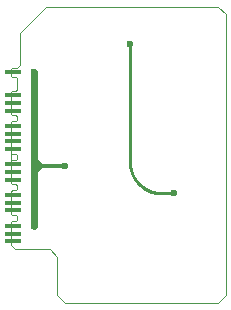
<source format=gbl>
G04 EAGLE Gerber X2 export*
%TF.Part,Single*%
%TF.FileFunction,Other,bottom copper*%
%TF.FilePolarity,Positive*%
%TF.GenerationSoftware,Autodesk,EAGLE,9.6.2*%
%TF.CreationDate,2022-04-17T11:55:35Z*%
G75*
%MOMM*%
%FSLAX34Y34*%
%LPD*%
%INbottom copper*%
%AMOC8*
5,1,8,0,0,1.08239X$1,22.5*%
G01*
%ADD10C,0.000000*%
%ADD11R,1.350000X0.450000*%
%ADD12C,0.450000*%
%ADD13C,0.600000*%
%ADD14C,0.609600*%
%ADD15C,0.455000*%
%ADD16C,0.304800*%
%ADD17C,0.254000*%


D10*
X0Y-36000D02*
X3000Y-39000D01*
X32500Y-39000D01*
X39000Y-45500D01*
X39000Y-78000D01*
X45500Y-84500D01*
X175500Y-84500D01*
X182000Y-78000D01*
X182000Y159500D01*
X1000Y114500D02*
X0Y113500D01*
X0Y107500D01*
X0Y94000D02*
X0Y75000D01*
X1000Y74000D01*
X4000Y74000D01*
X5000Y73000D01*
X5000Y70000D02*
X4000Y69000D01*
X1000Y69000D01*
X0Y68000D01*
X5000Y70000D02*
X5000Y73000D01*
X0Y68000D02*
X0Y42500D01*
X1000Y41500D01*
X4000Y41500D01*
X5000Y40500D01*
X5000Y37500D02*
X4000Y36500D01*
X1000Y36500D01*
X0Y35500D01*
X5000Y37500D02*
X5000Y40500D01*
X0Y42000D02*
X0Y35500D01*
X0Y16500D02*
X1000Y15500D01*
X4000Y15500D01*
X5000Y14500D01*
X5000Y11500D02*
X4000Y10500D01*
X1000Y10500D01*
X0Y9500D01*
X5000Y11500D02*
X5000Y14500D01*
X0Y-16500D02*
X0Y-36000D01*
X0Y-9500D02*
X0Y9500D01*
X0Y16500D02*
X0Y35500D01*
X0Y-9500D02*
X1000Y-10500D01*
X4000Y-10500D02*
X5000Y-11500D01*
X4000Y-10500D02*
X1000Y-10500D01*
X5000Y-11500D02*
X5000Y-14500D01*
X4000Y-15500D01*
X1000Y-15500D01*
X0Y-16500D01*
X1000Y106500D02*
X0Y107500D01*
X1000Y106500D02*
X4000Y106500D01*
X5000Y105500D01*
X5000Y96000D01*
X4000Y95000D01*
X1000Y95000D01*
X0Y94000D01*
X1000Y114500D02*
X5000Y114500D01*
X7500Y117000D01*
X7500Y144000D01*
X29500Y166000D01*
X175500Y166000D01*
X182000Y159500D01*
D11*
X2000Y91000D03*
X2000Y84500D03*
X2000Y78000D03*
X2000Y65000D03*
X2000Y58500D03*
X2000Y52000D03*
X2000Y45500D03*
X2000Y32500D03*
X2000Y26000D03*
X2000Y19500D03*
X2000Y6500D03*
X2000Y0D03*
X2000Y-6500D03*
X2000Y-19500D03*
X2000Y-26000D03*
X2000Y-32500D03*
X2000Y110500D03*
D12*
X6500Y0D03*
X6500Y65000D03*
X6500Y32500D03*
X6500Y6500D03*
X6500Y-19500D03*
X0Y-19500D03*
D13*
X19500Y-19500D03*
D14*
X19500Y24500D01*
D13*
X19500Y65000D03*
X19500Y32500D03*
D15*
X19500Y6500D03*
D14*
X19500Y24500D02*
X19500Y31000D01*
X19500Y37500D01*
X19500Y65000D01*
D12*
X0Y110500D03*
X6500Y110500D03*
D13*
X19500Y110500D03*
D14*
X19500Y65000D01*
D12*
X0Y65000D03*
X0Y32500D03*
X0Y6500D03*
D13*
X45500Y31000D03*
D16*
X26000Y31000D01*
X19500Y31000D01*
X26000Y31000D02*
X19500Y37500D01*
X26000Y31000D02*
X19500Y24500D01*
D13*
X19500Y103000D03*
X19500Y72000D03*
X19500Y39500D03*
X19500Y-12500D03*
D12*
X6500Y19500D03*
X6500Y26000D03*
X6500Y45500D03*
X6500Y52000D03*
X6500Y58500D03*
X6500Y84500D03*
X6500Y78000D03*
X6500Y91000D03*
X0Y0D03*
X0Y19500D03*
X0Y26000D03*
X0Y45500D03*
X0Y52000D03*
X0Y58500D03*
X0Y84500D03*
X0Y78000D03*
X0Y91000D03*
X6500Y-6500D03*
X0Y-6500D03*
X6500Y-32500D03*
X0Y-32500D03*
X0Y-26000D03*
X6500Y-26000D03*
D13*
X138000Y8000D03*
D17*
X127500Y8000D01*
X126848Y8008D01*
X126196Y8032D01*
X125544Y8071D01*
X124894Y8126D01*
X124246Y8197D01*
X123599Y8283D01*
X122954Y8385D01*
X122313Y8503D01*
X121674Y8636D01*
X121038Y8785D01*
X120407Y8948D01*
X119779Y9127D01*
X119157Y9321D01*
X118538Y9531D01*
X117926Y9755D01*
X117318Y9993D01*
X116717Y10247D01*
X116122Y10514D01*
X115534Y10796D01*
X114952Y11093D01*
X114378Y11403D01*
X113812Y11727D01*
X113254Y12064D01*
X112704Y12415D01*
X112162Y12779D01*
X111630Y13157D01*
X111107Y13546D01*
X110593Y13949D01*
X110089Y14363D01*
X109596Y14790D01*
X109113Y15229D01*
X108640Y15679D01*
X108179Y16140D01*
X107729Y16613D01*
X107290Y17096D01*
X106863Y17589D01*
X106449Y18093D01*
X106046Y18607D01*
X105657Y19130D01*
X105279Y19662D01*
X104915Y20204D01*
X104564Y20754D01*
X104227Y21312D01*
X103903Y21878D01*
X103593Y22452D01*
X103296Y23034D01*
X103014Y23622D01*
X102747Y24217D01*
X102493Y24818D01*
X102255Y25426D01*
X102031Y26038D01*
X101821Y26657D01*
X101627Y27279D01*
X101448Y27907D01*
X101285Y28538D01*
X101136Y29174D01*
X101003Y29813D01*
X100885Y30454D01*
X100783Y31099D01*
X100697Y31746D01*
X100626Y32394D01*
X100571Y33044D01*
X100532Y33696D01*
X100508Y34348D01*
X100500Y35000D01*
D13*
X100500Y134500D03*
D17*
X100500Y35000D01*
M02*

</source>
